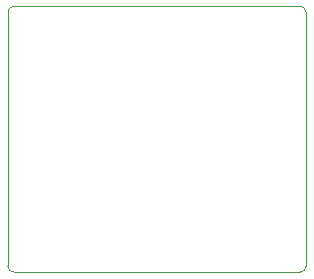
<source format=gbr>
%TF.GenerationSoftware,KiCad,Pcbnew,5.99.0-unknown-8eca23aabe~115~ubuntu20.04.1*%
%TF.CreationDate,2021-02-02T11:51:55+00:00*%
%TF.ProjectId,dvi-sock,6476692d-736f-4636-9b2e-6b696361645f,rev?*%
%TF.SameCoordinates,Original*%
%TF.FileFunction,Profile,NP*%
%FSLAX46Y46*%
G04 Gerber Fmt 4.6, Leading zero omitted, Abs format (unit mm)*
G04 Created by KiCad (PCBNEW 5.99.0-unknown-8eca23aabe~115~ubuntu20.04.1) date 2021-02-02 11:51:55*
%MOMM*%
%LPD*%
G01*
G04 APERTURE LIST*
%TA.AperFunction,Profile*%
%ADD10C,0.050000*%
%TD*%
G04 APERTURE END LIST*
D10*
X141750000Y-95750000D02*
G75*
G03*
X142250000Y-96250000I500000J0D01*
G01*
X166500000Y-96250000D02*
X142250000Y-96250000D01*
X142250000Y-73750000D02*
X166500000Y-73750000D01*
X167000000Y-74250000D02*
G75*
G03*
X166500000Y-73750000I-500000J0D01*
G01*
X166500000Y-96250000D02*
G75*
G03*
X167000000Y-95750000I0J500000D01*
G01*
X141750000Y-95750000D02*
X141750000Y-74250000D01*
X167000000Y-74250000D02*
X167000000Y-95750000D01*
X141750000Y-74250000D02*
G75*
G02*
X142250000Y-73750000I500000J0D01*
G01*
M02*

</source>
